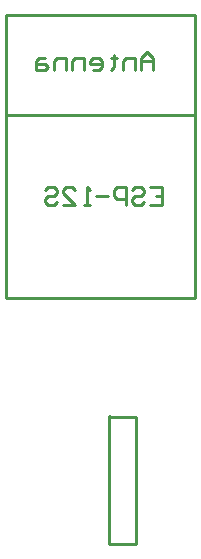
<source format=gm1>
G04*
G04 #@! TF.GenerationSoftware,Altium Limited,Altium Designer,23.4.1 (23)*
G04*
G04 Layer_Color=16711935*
%FSLAX25Y25*%
%MOIN*%
G70*
G04*
G04 #@! TF.SameCoordinates,D0A82AA9-F4A3-43A1-B343-99984006E8F9*
G04*
G04*
G04 #@! TF.FilePolarity,Positive*
G04*
G01*
G75*
%ADD15C,0.01000*%
D15*
X33500Y144870D02*
X96492D01*
Y83846D02*
Y178335D01*
X33500D02*
X96492D01*
X33500Y83846D02*
Y178335D01*
Y83846D02*
X96492D01*
X76600Y1800D02*
Y44200D01*
X67800Y1800D02*
X76600D01*
X67800D02*
Y44400D01*
X68000Y44200D01*
X76600D01*
X81470Y120947D02*
X85469D01*
Y114949D01*
X81470D01*
X85469Y117948D02*
X83469D01*
X75472Y119947D02*
X76471Y120947D01*
X78471D01*
X79470Y119947D01*
Y118948D01*
X78471Y117948D01*
X76471D01*
X75472Y116948D01*
Y115948D01*
X76471Y114949D01*
X78471D01*
X79470Y115948D01*
X73472Y114949D02*
Y120947D01*
X70473D01*
X69474Y119947D01*
Y117948D01*
X70473Y116948D01*
X73472D01*
X67474Y117948D02*
X63476D01*
X61476Y114949D02*
X59477D01*
X60477D01*
Y120947D01*
X61476Y119947D01*
X52479Y114949D02*
X56478D01*
X52479Y118948D01*
Y119947D01*
X53479Y120947D01*
X55478D01*
X56478Y119947D01*
X46481D02*
X47481Y120947D01*
X49480D01*
X50480Y119947D01*
Y118948D01*
X49480Y117948D01*
X47481D01*
X46481Y116948D01*
Y115948D01*
X47481Y114949D01*
X49480D01*
X50480Y115948D01*
X82319Y159831D02*
Y163829D01*
X80320Y165829D01*
X78320Y163829D01*
Y159831D01*
Y162830D01*
X82319D01*
X76321Y159831D02*
Y163829D01*
X73322D01*
X72322Y162830D01*
Y159831D01*
X69323Y164829D02*
Y163829D01*
X70323D01*
X68323D01*
X69323D01*
Y160830D01*
X68323Y159831D01*
X62325D02*
X64325D01*
X65324Y160830D01*
Y162830D01*
X64325Y163829D01*
X62325D01*
X61326Y162830D01*
Y161830D01*
X65324D01*
X59326Y159831D02*
Y163829D01*
X56327D01*
X55328Y162830D01*
Y159831D01*
X53328D02*
Y163829D01*
X50329D01*
X49330Y162830D01*
Y159831D01*
X46330Y163829D02*
X44331D01*
X43332Y162830D01*
Y159831D01*
X46330D01*
X47330Y160830D01*
X46330Y161830D01*
X43332D01*
M02*

</source>
